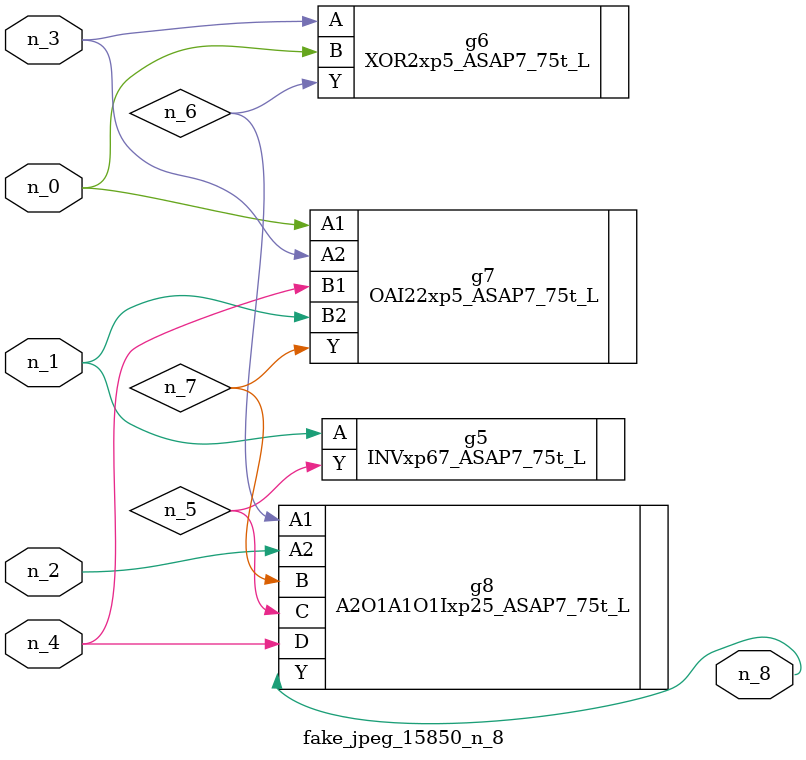
<source format=v>
module fake_jpeg_15850_n_8 (n_3, n_2, n_1, n_0, n_4, n_8);

input n_3;
input n_2;
input n_1;
input n_0;
input n_4;

output n_8;

wire n_6;
wire n_5;
wire n_7;

INVxp67_ASAP7_75t_L g5 ( 
.A(n_1),
.Y(n_5)
);

XOR2xp5_ASAP7_75t_L g6 ( 
.A(n_3),
.B(n_0),
.Y(n_6)
);

OAI22xp5_ASAP7_75t_L g7 ( 
.A1(n_0),
.A2(n_3),
.B1(n_4),
.B2(n_1),
.Y(n_7)
);

A2O1A1O1Ixp25_ASAP7_75t_L g8 ( 
.A1(n_6),
.A2(n_2),
.B(n_7),
.C(n_5),
.D(n_4),
.Y(n_8)
);


endmodule
</source>
